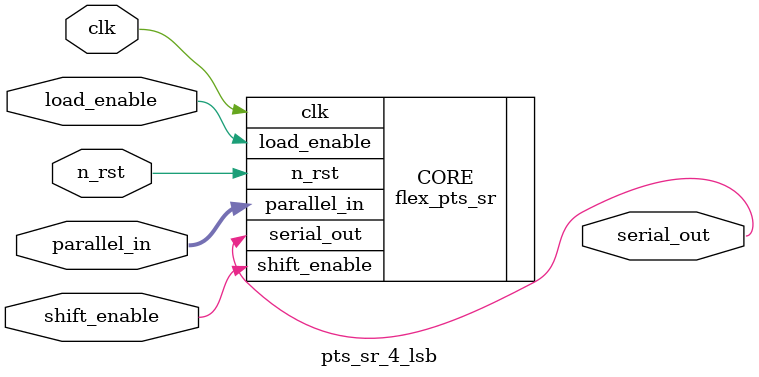
<source format=sv>

module pts_sr_4_lsb
(
  input wire clk,
  input wire n_rst,
  input wire shift_enable,
  input wire load_enable,
  input wire [3:0] parallel_in,
  output reg serial_out 
);

  flex_pts_sr #(
    .SHIFT_MSB(0)
  )
  CORE(
    .clk(clk),
    .n_rst(n_rst),
    .parallel_in(parallel_in),
    .shift_enable(shift_enable),
    .load_enable(load_enable),
    .serial_out(serial_out)
  );

endmodule
</source>
